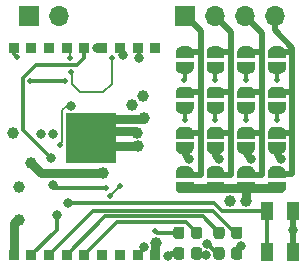
<source format=gbr>
%TF.GenerationSoftware,KiCad,Pcbnew,5.1.9*%
%TF.CreationDate,2021-01-20T22:35:35+01:00*%
%TF.ProjectId,wi-se-rewirable,77692d73-652d-4726-9577-697261626c65,rev?*%
%TF.SameCoordinates,Original*%
%TF.FileFunction,Copper,L1,Top*%
%TF.FilePolarity,Positive*%
%FSLAX46Y46*%
G04 Gerber Fmt 4.6, Leading zero omitted, Abs format (unit mm)*
G04 Created by KiCad (PCBNEW 5.1.9) date 2021-01-20 22:35:35*
%MOMM*%
%LPD*%
G01*
G04 APERTURE LIST*
%TA.AperFunction,SMDPad,CuDef*%
%ADD10R,1.000000X1.500000*%
%TD*%
%TA.AperFunction,ComponentPad*%
%ADD11R,1.700000X1.700000*%
%TD*%
%TA.AperFunction,ComponentPad*%
%ADD12O,1.700000X1.700000*%
%TD*%
%TA.AperFunction,SMDPad,CuDef*%
%ADD13C,0.100000*%
%TD*%
%TA.AperFunction,SMDPad,CuDef*%
%ADD14R,0.912500X0.850000*%
%TD*%
%TA.AperFunction,SMDPad,CuDef*%
%ADD15R,4.300000X4.300000*%
%TD*%
%TA.AperFunction,ViaPad*%
%ADD16C,1.000000*%
%TD*%
%TA.AperFunction,ViaPad*%
%ADD17C,0.800000*%
%TD*%
%TA.AperFunction,ViaPad*%
%ADD18C,0.500000*%
%TD*%
%TA.AperFunction,Conductor*%
%ADD19C,0.750000*%
%TD*%
%TA.AperFunction,Conductor*%
%ADD20C,0.500000*%
%TD*%
%TA.AperFunction,Conductor*%
%ADD21C,0.300000*%
%TD*%
%TA.AperFunction,Conductor*%
%ADD22C,0.200000*%
%TD*%
G04 APERTURE END LIST*
D10*
%TO.P,SW1,1*%
%TO.N,GND*%
X127025000Y-84950000D03*
%TO.P,SW1,2*%
%TO.N,EN*%
X124825000Y-84950000D03*
X124825000Y-81450000D03*
%TO.P,SW1,1*%
%TO.N,GND*%
X127025000Y-81450000D03*
%TD*%
%TO.P,D1,2*%
%TO.N,LED_WIFI*%
%TA.AperFunction,SMDPad,CuDef*%
G36*
G01*
X117637500Y-83850000D02*
X117162500Y-83850000D01*
G75*
G02*
X116925000Y-83612500I0J237500D01*
G01*
X116925000Y-83037500D01*
G75*
G02*
X117162500Y-82800000I237500J0D01*
G01*
X117637500Y-82800000D01*
G75*
G02*
X117875000Y-83037500I0J-237500D01*
G01*
X117875000Y-83612500D01*
G75*
G02*
X117637500Y-83850000I-237500J0D01*
G01*
G37*
%TD.AperFunction*%
%TO.P,D1,1*%
%TO.N,Net-(D1-Pad1)*%
%TA.AperFunction,SMDPad,CuDef*%
G36*
G01*
X117637500Y-85600000D02*
X117162500Y-85600000D01*
G75*
G02*
X116925000Y-85362500I0J237500D01*
G01*
X116925000Y-84787500D01*
G75*
G02*
X117162500Y-84550000I237500J0D01*
G01*
X117637500Y-84550000D01*
G75*
G02*
X117875000Y-84787500I0J-237500D01*
G01*
X117875000Y-85362500D01*
G75*
G02*
X117637500Y-85600000I-237500J0D01*
G01*
G37*
%TD.AperFunction*%
%TD*%
%TO.P,D2,1*%
%TO.N,Net-(D2-Pad1)*%
%TA.AperFunction,SMDPad,CuDef*%
G36*
G01*
X119137500Y-85600000D02*
X118662500Y-85600000D01*
G75*
G02*
X118425000Y-85362500I0J237500D01*
G01*
X118425000Y-84787500D01*
G75*
G02*
X118662500Y-84550000I237500J0D01*
G01*
X119137500Y-84550000D01*
G75*
G02*
X119375000Y-84787500I0J-237500D01*
G01*
X119375000Y-85362500D01*
G75*
G02*
X119137500Y-85600000I-237500J0D01*
G01*
G37*
%TD.AperFunction*%
%TO.P,D2,2*%
%TO.N,LED_STATUS*%
%TA.AperFunction,SMDPad,CuDef*%
G36*
G01*
X119137500Y-83850000D02*
X118662500Y-83850000D01*
G75*
G02*
X118425000Y-83612500I0J237500D01*
G01*
X118425000Y-83037500D01*
G75*
G02*
X118662500Y-82800000I237500J0D01*
G01*
X119137500Y-82800000D01*
G75*
G02*
X119375000Y-83037500I0J-237500D01*
G01*
X119375000Y-83612500D01*
G75*
G02*
X119137500Y-83850000I-237500J0D01*
G01*
G37*
%TD.AperFunction*%
%TD*%
%TO.P,D3,2*%
%TO.N,LED_TX*%
%TA.AperFunction,SMDPad,CuDef*%
G36*
G01*
X122537500Y-83850000D02*
X122062500Y-83850000D01*
G75*
G02*
X121825000Y-83612500I0J237500D01*
G01*
X121825000Y-83037500D01*
G75*
G02*
X122062500Y-82800000I237500J0D01*
G01*
X122537500Y-82800000D01*
G75*
G02*
X122775000Y-83037500I0J-237500D01*
G01*
X122775000Y-83612500D01*
G75*
G02*
X122537500Y-83850000I-237500J0D01*
G01*
G37*
%TD.AperFunction*%
%TO.P,D3,1*%
%TO.N,Net-(D3-Pad1)*%
%TA.AperFunction,SMDPad,CuDef*%
G36*
G01*
X122537500Y-85600000D02*
X122062500Y-85600000D01*
G75*
G02*
X121825000Y-85362500I0J237500D01*
G01*
X121825000Y-84787500D01*
G75*
G02*
X122062500Y-84550000I237500J0D01*
G01*
X122537500Y-84550000D01*
G75*
G02*
X122775000Y-84787500I0J-237500D01*
G01*
X122775000Y-85362500D01*
G75*
G02*
X122537500Y-85600000I-237500J0D01*
G01*
G37*
%TD.AperFunction*%
%TD*%
%TO.P,D4,1*%
%TO.N,Net-(D4-Pad1)*%
%TA.AperFunction,SMDPad,CuDef*%
G36*
G01*
X121037500Y-85600000D02*
X120562500Y-85600000D01*
G75*
G02*
X120325000Y-85362500I0J237500D01*
G01*
X120325000Y-84787500D01*
G75*
G02*
X120562500Y-84550000I237500J0D01*
G01*
X121037500Y-84550000D01*
G75*
G02*
X121275000Y-84787500I0J-237500D01*
G01*
X121275000Y-85362500D01*
G75*
G02*
X121037500Y-85600000I-237500J0D01*
G01*
G37*
%TD.AperFunction*%
%TO.P,D4,2*%
%TO.N,LED_RX*%
%TA.AperFunction,SMDPad,CuDef*%
G36*
G01*
X121037500Y-83850000D02*
X120562500Y-83850000D01*
G75*
G02*
X120325000Y-83612500I0J237500D01*
G01*
X120325000Y-83037500D01*
G75*
G02*
X120562500Y-82800000I237500J0D01*
G01*
X121037500Y-82800000D01*
G75*
G02*
X121275000Y-83037500I0J-237500D01*
G01*
X121275000Y-83612500D01*
G75*
G02*
X121037500Y-83850000I-237500J0D01*
G01*
G37*
%TD.AperFunction*%
%TD*%
D11*
%TO.P,J1,1*%
%TO.N,RTS*%
X104750000Y-65000000D03*
D12*
%TO.P,J1,2*%
%TO.N,DTR*%
X107290000Y-65000000D03*
%TD*%
D11*
%TO.P,J2,1*%
%TO.N,LINE1*%
X117920000Y-65000000D03*
D12*
%TO.P,J2,2*%
%TO.N,LINE2*%
X120460000Y-65000000D03*
%TO.P,J2,3*%
%TO.N,LINE3*%
X123000000Y-65000000D03*
%TO.P,J2,4*%
%TO.N,LINE4*%
X125540000Y-65000000D03*
%TD*%
%TA.AperFunction,SMDPad,CuDef*%
D13*
%TO.P,JP1,2*%
%TO.N,VCC*%
G36*
X118649398Y-79500000D02*
G01*
X118649398Y-79524534D01*
X118644588Y-79573365D01*
X118635016Y-79621490D01*
X118620772Y-79668445D01*
X118601995Y-79713778D01*
X118578864Y-79757051D01*
X118551604Y-79797850D01*
X118520476Y-79835779D01*
X118485779Y-79870476D01*
X118447850Y-79901604D01*
X118407051Y-79928864D01*
X118363778Y-79951995D01*
X118318445Y-79970772D01*
X118271490Y-79985016D01*
X118223365Y-79994588D01*
X118174534Y-79999398D01*
X118150000Y-79999398D01*
X118150000Y-80000000D01*
X117650000Y-80000000D01*
X117650000Y-79999398D01*
X117625466Y-79999398D01*
X117576635Y-79994588D01*
X117528510Y-79985016D01*
X117481555Y-79970772D01*
X117436222Y-79951995D01*
X117392949Y-79928864D01*
X117352150Y-79901604D01*
X117314221Y-79870476D01*
X117279524Y-79835779D01*
X117248396Y-79797850D01*
X117221136Y-79757051D01*
X117198005Y-79713778D01*
X117179228Y-79668445D01*
X117164984Y-79621490D01*
X117155412Y-79573365D01*
X117150602Y-79524534D01*
X117150602Y-79500000D01*
X117150000Y-79500000D01*
X117150000Y-79000000D01*
X118650000Y-79000000D01*
X118650000Y-79500000D01*
X118649398Y-79500000D01*
G37*
%TD.AperFunction*%
%TA.AperFunction,SMDPad,CuDef*%
%TO.P,JP1,1*%
%TO.N,LINE1*%
G36*
X117150000Y-78700000D02*
G01*
X117150000Y-78200000D01*
X117150602Y-78200000D01*
X117150602Y-78175466D01*
X117155412Y-78126635D01*
X117164984Y-78078510D01*
X117179228Y-78031555D01*
X117198005Y-77986222D01*
X117221136Y-77942949D01*
X117248396Y-77902150D01*
X117279524Y-77864221D01*
X117314221Y-77829524D01*
X117352150Y-77798396D01*
X117392949Y-77771136D01*
X117436222Y-77748005D01*
X117481555Y-77729228D01*
X117528510Y-77714984D01*
X117576635Y-77705412D01*
X117625466Y-77700602D01*
X117650000Y-77700602D01*
X117650000Y-77700000D01*
X118150000Y-77700000D01*
X118150000Y-77700602D01*
X118174534Y-77700602D01*
X118223365Y-77705412D01*
X118271490Y-77714984D01*
X118318445Y-77729228D01*
X118363778Y-77748005D01*
X118407051Y-77771136D01*
X118447850Y-77798396D01*
X118485779Y-77829524D01*
X118520476Y-77864221D01*
X118551604Y-77902150D01*
X118578864Y-77942949D01*
X118601995Y-77986222D01*
X118620772Y-78031555D01*
X118635016Y-78078510D01*
X118644588Y-78126635D01*
X118649398Y-78175466D01*
X118649398Y-78200000D01*
X118650000Y-78200000D01*
X118650000Y-78700000D01*
X117150000Y-78700000D01*
G37*
%TD.AperFunction*%
%TD*%
%TA.AperFunction,SMDPad,CuDef*%
%TO.P,JP2,1*%
%TO.N,LINE2*%
G36*
X119750000Y-78700000D02*
G01*
X119750000Y-78200000D01*
X119750602Y-78200000D01*
X119750602Y-78175466D01*
X119755412Y-78126635D01*
X119764984Y-78078510D01*
X119779228Y-78031555D01*
X119798005Y-77986222D01*
X119821136Y-77942949D01*
X119848396Y-77902150D01*
X119879524Y-77864221D01*
X119914221Y-77829524D01*
X119952150Y-77798396D01*
X119992949Y-77771136D01*
X120036222Y-77748005D01*
X120081555Y-77729228D01*
X120128510Y-77714984D01*
X120176635Y-77705412D01*
X120225466Y-77700602D01*
X120250000Y-77700602D01*
X120250000Y-77700000D01*
X120750000Y-77700000D01*
X120750000Y-77700602D01*
X120774534Y-77700602D01*
X120823365Y-77705412D01*
X120871490Y-77714984D01*
X120918445Y-77729228D01*
X120963778Y-77748005D01*
X121007051Y-77771136D01*
X121047850Y-77798396D01*
X121085779Y-77829524D01*
X121120476Y-77864221D01*
X121151604Y-77902150D01*
X121178864Y-77942949D01*
X121201995Y-77986222D01*
X121220772Y-78031555D01*
X121235016Y-78078510D01*
X121244588Y-78126635D01*
X121249398Y-78175466D01*
X121249398Y-78200000D01*
X121250000Y-78200000D01*
X121250000Y-78700000D01*
X119750000Y-78700000D01*
G37*
%TD.AperFunction*%
%TA.AperFunction,SMDPad,CuDef*%
%TO.P,JP2,2*%
%TO.N,VCC*%
G36*
X121249398Y-79500000D02*
G01*
X121249398Y-79524534D01*
X121244588Y-79573365D01*
X121235016Y-79621490D01*
X121220772Y-79668445D01*
X121201995Y-79713778D01*
X121178864Y-79757051D01*
X121151604Y-79797850D01*
X121120476Y-79835779D01*
X121085779Y-79870476D01*
X121047850Y-79901604D01*
X121007051Y-79928864D01*
X120963778Y-79951995D01*
X120918445Y-79970772D01*
X120871490Y-79985016D01*
X120823365Y-79994588D01*
X120774534Y-79999398D01*
X120750000Y-79999398D01*
X120750000Y-80000000D01*
X120250000Y-80000000D01*
X120250000Y-79999398D01*
X120225466Y-79999398D01*
X120176635Y-79994588D01*
X120128510Y-79985016D01*
X120081555Y-79970772D01*
X120036222Y-79951995D01*
X119992949Y-79928864D01*
X119952150Y-79901604D01*
X119914221Y-79870476D01*
X119879524Y-79835779D01*
X119848396Y-79797850D01*
X119821136Y-79757051D01*
X119798005Y-79713778D01*
X119779228Y-79668445D01*
X119764984Y-79621490D01*
X119755412Y-79573365D01*
X119750602Y-79524534D01*
X119750602Y-79500000D01*
X119750000Y-79500000D01*
X119750000Y-79000000D01*
X121250000Y-79000000D01*
X121250000Y-79500000D01*
X121249398Y-79500000D01*
G37*
%TD.AperFunction*%
%TD*%
%TA.AperFunction,SMDPad,CuDef*%
%TO.P,JP3,1*%
%TO.N,LINE3*%
G36*
X122350000Y-78700000D02*
G01*
X122350000Y-78200000D01*
X122350602Y-78200000D01*
X122350602Y-78175466D01*
X122355412Y-78126635D01*
X122364984Y-78078510D01*
X122379228Y-78031555D01*
X122398005Y-77986222D01*
X122421136Y-77942949D01*
X122448396Y-77902150D01*
X122479524Y-77864221D01*
X122514221Y-77829524D01*
X122552150Y-77798396D01*
X122592949Y-77771136D01*
X122636222Y-77748005D01*
X122681555Y-77729228D01*
X122728510Y-77714984D01*
X122776635Y-77705412D01*
X122825466Y-77700602D01*
X122850000Y-77700602D01*
X122850000Y-77700000D01*
X123350000Y-77700000D01*
X123350000Y-77700602D01*
X123374534Y-77700602D01*
X123423365Y-77705412D01*
X123471490Y-77714984D01*
X123518445Y-77729228D01*
X123563778Y-77748005D01*
X123607051Y-77771136D01*
X123647850Y-77798396D01*
X123685779Y-77829524D01*
X123720476Y-77864221D01*
X123751604Y-77902150D01*
X123778864Y-77942949D01*
X123801995Y-77986222D01*
X123820772Y-78031555D01*
X123835016Y-78078510D01*
X123844588Y-78126635D01*
X123849398Y-78175466D01*
X123849398Y-78200000D01*
X123850000Y-78200000D01*
X123850000Y-78700000D01*
X122350000Y-78700000D01*
G37*
%TD.AperFunction*%
%TA.AperFunction,SMDPad,CuDef*%
%TO.P,JP3,2*%
%TO.N,VCC*%
G36*
X123849398Y-79500000D02*
G01*
X123849398Y-79524534D01*
X123844588Y-79573365D01*
X123835016Y-79621490D01*
X123820772Y-79668445D01*
X123801995Y-79713778D01*
X123778864Y-79757051D01*
X123751604Y-79797850D01*
X123720476Y-79835779D01*
X123685779Y-79870476D01*
X123647850Y-79901604D01*
X123607051Y-79928864D01*
X123563778Y-79951995D01*
X123518445Y-79970772D01*
X123471490Y-79985016D01*
X123423365Y-79994588D01*
X123374534Y-79999398D01*
X123350000Y-79999398D01*
X123350000Y-80000000D01*
X122850000Y-80000000D01*
X122850000Y-79999398D01*
X122825466Y-79999398D01*
X122776635Y-79994588D01*
X122728510Y-79985016D01*
X122681555Y-79970772D01*
X122636222Y-79951995D01*
X122592949Y-79928864D01*
X122552150Y-79901604D01*
X122514221Y-79870476D01*
X122479524Y-79835779D01*
X122448396Y-79797850D01*
X122421136Y-79757051D01*
X122398005Y-79713778D01*
X122379228Y-79668445D01*
X122364984Y-79621490D01*
X122355412Y-79573365D01*
X122350602Y-79524534D01*
X122350602Y-79500000D01*
X122350000Y-79500000D01*
X122350000Y-79000000D01*
X123850000Y-79000000D01*
X123850000Y-79500000D01*
X123849398Y-79500000D01*
G37*
%TD.AperFunction*%
%TD*%
%TA.AperFunction,SMDPad,CuDef*%
%TO.P,JP4,2*%
%TO.N,VCC*%
G36*
X126449398Y-79500000D02*
G01*
X126449398Y-79524534D01*
X126444588Y-79573365D01*
X126435016Y-79621490D01*
X126420772Y-79668445D01*
X126401995Y-79713778D01*
X126378864Y-79757051D01*
X126351604Y-79797850D01*
X126320476Y-79835779D01*
X126285779Y-79870476D01*
X126247850Y-79901604D01*
X126207051Y-79928864D01*
X126163778Y-79951995D01*
X126118445Y-79970772D01*
X126071490Y-79985016D01*
X126023365Y-79994588D01*
X125974534Y-79999398D01*
X125950000Y-79999398D01*
X125950000Y-80000000D01*
X125450000Y-80000000D01*
X125450000Y-79999398D01*
X125425466Y-79999398D01*
X125376635Y-79994588D01*
X125328510Y-79985016D01*
X125281555Y-79970772D01*
X125236222Y-79951995D01*
X125192949Y-79928864D01*
X125152150Y-79901604D01*
X125114221Y-79870476D01*
X125079524Y-79835779D01*
X125048396Y-79797850D01*
X125021136Y-79757051D01*
X124998005Y-79713778D01*
X124979228Y-79668445D01*
X124964984Y-79621490D01*
X124955412Y-79573365D01*
X124950602Y-79524534D01*
X124950602Y-79500000D01*
X124950000Y-79500000D01*
X124950000Y-79000000D01*
X126450000Y-79000000D01*
X126450000Y-79500000D01*
X126449398Y-79500000D01*
G37*
%TD.AperFunction*%
%TA.AperFunction,SMDPad,CuDef*%
%TO.P,JP4,1*%
%TO.N,LINE4*%
G36*
X124950000Y-78700000D02*
G01*
X124950000Y-78200000D01*
X124950602Y-78200000D01*
X124950602Y-78175466D01*
X124955412Y-78126635D01*
X124964984Y-78078510D01*
X124979228Y-78031555D01*
X124998005Y-77986222D01*
X125021136Y-77942949D01*
X125048396Y-77902150D01*
X125079524Y-77864221D01*
X125114221Y-77829524D01*
X125152150Y-77798396D01*
X125192949Y-77771136D01*
X125236222Y-77748005D01*
X125281555Y-77729228D01*
X125328510Y-77714984D01*
X125376635Y-77705412D01*
X125425466Y-77700602D01*
X125450000Y-77700602D01*
X125450000Y-77700000D01*
X125950000Y-77700000D01*
X125950000Y-77700602D01*
X125974534Y-77700602D01*
X126023365Y-77705412D01*
X126071490Y-77714984D01*
X126118445Y-77729228D01*
X126163778Y-77748005D01*
X126207051Y-77771136D01*
X126247850Y-77798396D01*
X126285779Y-77829524D01*
X126320476Y-77864221D01*
X126351604Y-77902150D01*
X126378864Y-77942949D01*
X126401995Y-77986222D01*
X126420772Y-78031555D01*
X126435016Y-78078510D01*
X126444588Y-78126635D01*
X126449398Y-78175466D01*
X126449398Y-78200000D01*
X126450000Y-78200000D01*
X126450000Y-78700000D01*
X124950000Y-78700000D01*
G37*
%TD.AperFunction*%
%TD*%
%TA.AperFunction,SMDPad,CuDef*%
%TO.P,JP5,2*%
%TO.N,RXD*%
G36*
X118649398Y-69350000D02*
G01*
X118649398Y-69374534D01*
X118644588Y-69423365D01*
X118635016Y-69471490D01*
X118620772Y-69518445D01*
X118601995Y-69563778D01*
X118578864Y-69607051D01*
X118551604Y-69647850D01*
X118520476Y-69685779D01*
X118485779Y-69720476D01*
X118447850Y-69751604D01*
X118407051Y-69778864D01*
X118363778Y-69801995D01*
X118318445Y-69820772D01*
X118271490Y-69835016D01*
X118223365Y-69844588D01*
X118174534Y-69849398D01*
X118150000Y-69849398D01*
X118150000Y-69850000D01*
X117650000Y-69850000D01*
X117650000Y-69849398D01*
X117625466Y-69849398D01*
X117576635Y-69844588D01*
X117528510Y-69835016D01*
X117481555Y-69820772D01*
X117436222Y-69801995D01*
X117392949Y-69778864D01*
X117352150Y-69751604D01*
X117314221Y-69720476D01*
X117279524Y-69685779D01*
X117248396Y-69647850D01*
X117221136Y-69607051D01*
X117198005Y-69563778D01*
X117179228Y-69518445D01*
X117164984Y-69471490D01*
X117155412Y-69423365D01*
X117150602Y-69374534D01*
X117150602Y-69350000D01*
X117150000Y-69350000D01*
X117150000Y-68850000D01*
X118650000Y-68850000D01*
X118650000Y-69350000D01*
X118649398Y-69350000D01*
G37*
%TD.AperFunction*%
%TA.AperFunction,SMDPad,CuDef*%
%TO.P,JP5,1*%
%TO.N,LINE1*%
G36*
X117150000Y-68550000D02*
G01*
X117150000Y-68050000D01*
X117150602Y-68050000D01*
X117150602Y-68025466D01*
X117155412Y-67976635D01*
X117164984Y-67928510D01*
X117179228Y-67881555D01*
X117198005Y-67836222D01*
X117221136Y-67792949D01*
X117248396Y-67752150D01*
X117279524Y-67714221D01*
X117314221Y-67679524D01*
X117352150Y-67648396D01*
X117392949Y-67621136D01*
X117436222Y-67598005D01*
X117481555Y-67579228D01*
X117528510Y-67564984D01*
X117576635Y-67555412D01*
X117625466Y-67550602D01*
X117650000Y-67550602D01*
X117650000Y-67550000D01*
X118150000Y-67550000D01*
X118150000Y-67550602D01*
X118174534Y-67550602D01*
X118223365Y-67555412D01*
X118271490Y-67564984D01*
X118318445Y-67579228D01*
X118363778Y-67598005D01*
X118407051Y-67621136D01*
X118447850Y-67648396D01*
X118485779Y-67679524D01*
X118520476Y-67714221D01*
X118551604Y-67752150D01*
X118578864Y-67792949D01*
X118601995Y-67836222D01*
X118620772Y-67881555D01*
X118635016Y-67928510D01*
X118644588Y-67976635D01*
X118649398Y-68025466D01*
X118649398Y-68050000D01*
X118650000Y-68050000D01*
X118650000Y-68550000D01*
X117150000Y-68550000D01*
G37*
%TD.AperFunction*%
%TD*%
%TA.AperFunction,SMDPad,CuDef*%
%TO.P,JP6,2*%
%TO.N,RXD*%
G36*
X121249398Y-69350000D02*
G01*
X121249398Y-69374534D01*
X121244588Y-69423365D01*
X121235016Y-69471490D01*
X121220772Y-69518445D01*
X121201995Y-69563778D01*
X121178864Y-69607051D01*
X121151604Y-69647850D01*
X121120476Y-69685779D01*
X121085779Y-69720476D01*
X121047850Y-69751604D01*
X121007051Y-69778864D01*
X120963778Y-69801995D01*
X120918445Y-69820772D01*
X120871490Y-69835016D01*
X120823365Y-69844588D01*
X120774534Y-69849398D01*
X120750000Y-69849398D01*
X120750000Y-69850000D01*
X120250000Y-69850000D01*
X120250000Y-69849398D01*
X120225466Y-69849398D01*
X120176635Y-69844588D01*
X120128510Y-69835016D01*
X120081555Y-69820772D01*
X120036222Y-69801995D01*
X119992949Y-69778864D01*
X119952150Y-69751604D01*
X119914221Y-69720476D01*
X119879524Y-69685779D01*
X119848396Y-69647850D01*
X119821136Y-69607051D01*
X119798005Y-69563778D01*
X119779228Y-69518445D01*
X119764984Y-69471490D01*
X119755412Y-69423365D01*
X119750602Y-69374534D01*
X119750602Y-69350000D01*
X119750000Y-69350000D01*
X119750000Y-68850000D01*
X121250000Y-68850000D01*
X121250000Y-69350000D01*
X121249398Y-69350000D01*
G37*
%TD.AperFunction*%
%TA.AperFunction,SMDPad,CuDef*%
%TO.P,JP6,1*%
%TO.N,LINE2*%
G36*
X119750000Y-68550000D02*
G01*
X119750000Y-68050000D01*
X119750602Y-68050000D01*
X119750602Y-68025466D01*
X119755412Y-67976635D01*
X119764984Y-67928510D01*
X119779228Y-67881555D01*
X119798005Y-67836222D01*
X119821136Y-67792949D01*
X119848396Y-67752150D01*
X119879524Y-67714221D01*
X119914221Y-67679524D01*
X119952150Y-67648396D01*
X119992949Y-67621136D01*
X120036222Y-67598005D01*
X120081555Y-67579228D01*
X120128510Y-67564984D01*
X120176635Y-67555412D01*
X120225466Y-67550602D01*
X120250000Y-67550602D01*
X120250000Y-67550000D01*
X120750000Y-67550000D01*
X120750000Y-67550602D01*
X120774534Y-67550602D01*
X120823365Y-67555412D01*
X120871490Y-67564984D01*
X120918445Y-67579228D01*
X120963778Y-67598005D01*
X121007051Y-67621136D01*
X121047850Y-67648396D01*
X121085779Y-67679524D01*
X121120476Y-67714221D01*
X121151604Y-67752150D01*
X121178864Y-67792949D01*
X121201995Y-67836222D01*
X121220772Y-67881555D01*
X121235016Y-67928510D01*
X121244588Y-67976635D01*
X121249398Y-68025466D01*
X121249398Y-68050000D01*
X121250000Y-68050000D01*
X121250000Y-68550000D01*
X119750000Y-68550000D01*
G37*
%TD.AperFunction*%
%TD*%
%TA.AperFunction,SMDPad,CuDef*%
%TO.P,JP7,2*%
%TO.N,RXD*%
G36*
X123849398Y-69350000D02*
G01*
X123849398Y-69374534D01*
X123844588Y-69423365D01*
X123835016Y-69471490D01*
X123820772Y-69518445D01*
X123801995Y-69563778D01*
X123778864Y-69607051D01*
X123751604Y-69647850D01*
X123720476Y-69685779D01*
X123685779Y-69720476D01*
X123647850Y-69751604D01*
X123607051Y-69778864D01*
X123563778Y-69801995D01*
X123518445Y-69820772D01*
X123471490Y-69835016D01*
X123423365Y-69844588D01*
X123374534Y-69849398D01*
X123350000Y-69849398D01*
X123350000Y-69850000D01*
X122850000Y-69850000D01*
X122850000Y-69849398D01*
X122825466Y-69849398D01*
X122776635Y-69844588D01*
X122728510Y-69835016D01*
X122681555Y-69820772D01*
X122636222Y-69801995D01*
X122592949Y-69778864D01*
X122552150Y-69751604D01*
X122514221Y-69720476D01*
X122479524Y-69685779D01*
X122448396Y-69647850D01*
X122421136Y-69607051D01*
X122398005Y-69563778D01*
X122379228Y-69518445D01*
X122364984Y-69471490D01*
X122355412Y-69423365D01*
X122350602Y-69374534D01*
X122350602Y-69350000D01*
X122350000Y-69350000D01*
X122350000Y-68850000D01*
X123850000Y-68850000D01*
X123850000Y-69350000D01*
X123849398Y-69350000D01*
G37*
%TD.AperFunction*%
%TA.AperFunction,SMDPad,CuDef*%
%TO.P,JP7,1*%
%TO.N,LINE3*%
G36*
X122350000Y-68550000D02*
G01*
X122350000Y-68050000D01*
X122350602Y-68050000D01*
X122350602Y-68025466D01*
X122355412Y-67976635D01*
X122364984Y-67928510D01*
X122379228Y-67881555D01*
X122398005Y-67836222D01*
X122421136Y-67792949D01*
X122448396Y-67752150D01*
X122479524Y-67714221D01*
X122514221Y-67679524D01*
X122552150Y-67648396D01*
X122592949Y-67621136D01*
X122636222Y-67598005D01*
X122681555Y-67579228D01*
X122728510Y-67564984D01*
X122776635Y-67555412D01*
X122825466Y-67550602D01*
X122850000Y-67550602D01*
X122850000Y-67550000D01*
X123350000Y-67550000D01*
X123350000Y-67550602D01*
X123374534Y-67550602D01*
X123423365Y-67555412D01*
X123471490Y-67564984D01*
X123518445Y-67579228D01*
X123563778Y-67598005D01*
X123607051Y-67621136D01*
X123647850Y-67648396D01*
X123685779Y-67679524D01*
X123720476Y-67714221D01*
X123751604Y-67752150D01*
X123778864Y-67792949D01*
X123801995Y-67836222D01*
X123820772Y-67881555D01*
X123835016Y-67928510D01*
X123844588Y-67976635D01*
X123849398Y-68025466D01*
X123849398Y-68050000D01*
X123850000Y-68050000D01*
X123850000Y-68550000D01*
X122350000Y-68550000D01*
G37*
%TD.AperFunction*%
%TD*%
%TA.AperFunction,SMDPad,CuDef*%
%TO.P,JP8,1*%
%TO.N,LINE4*%
G36*
X124950000Y-68550000D02*
G01*
X124950000Y-68050000D01*
X124950602Y-68050000D01*
X124950602Y-68025466D01*
X124955412Y-67976635D01*
X124964984Y-67928510D01*
X124979228Y-67881555D01*
X124998005Y-67836222D01*
X125021136Y-67792949D01*
X125048396Y-67752150D01*
X125079524Y-67714221D01*
X125114221Y-67679524D01*
X125152150Y-67648396D01*
X125192949Y-67621136D01*
X125236222Y-67598005D01*
X125281555Y-67579228D01*
X125328510Y-67564984D01*
X125376635Y-67555412D01*
X125425466Y-67550602D01*
X125450000Y-67550602D01*
X125450000Y-67550000D01*
X125950000Y-67550000D01*
X125950000Y-67550602D01*
X125974534Y-67550602D01*
X126023365Y-67555412D01*
X126071490Y-67564984D01*
X126118445Y-67579228D01*
X126163778Y-67598005D01*
X126207051Y-67621136D01*
X126247850Y-67648396D01*
X126285779Y-67679524D01*
X126320476Y-67714221D01*
X126351604Y-67752150D01*
X126378864Y-67792949D01*
X126401995Y-67836222D01*
X126420772Y-67881555D01*
X126435016Y-67928510D01*
X126444588Y-67976635D01*
X126449398Y-68025466D01*
X126449398Y-68050000D01*
X126450000Y-68050000D01*
X126450000Y-68550000D01*
X124950000Y-68550000D01*
G37*
%TD.AperFunction*%
%TA.AperFunction,SMDPad,CuDef*%
%TO.P,JP8,2*%
%TO.N,RXD*%
G36*
X126449398Y-69350000D02*
G01*
X126449398Y-69374534D01*
X126444588Y-69423365D01*
X126435016Y-69471490D01*
X126420772Y-69518445D01*
X126401995Y-69563778D01*
X126378864Y-69607051D01*
X126351604Y-69647850D01*
X126320476Y-69685779D01*
X126285779Y-69720476D01*
X126247850Y-69751604D01*
X126207051Y-69778864D01*
X126163778Y-69801995D01*
X126118445Y-69820772D01*
X126071490Y-69835016D01*
X126023365Y-69844588D01*
X125974534Y-69849398D01*
X125950000Y-69849398D01*
X125950000Y-69850000D01*
X125450000Y-69850000D01*
X125450000Y-69849398D01*
X125425466Y-69849398D01*
X125376635Y-69844588D01*
X125328510Y-69835016D01*
X125281555Y-69820772D01*
X125236222Y-69801995D01*
X125192949Y-69778864D01*
X125152150Y-69751604D01*
X125114221Y-69720476D01*
X125079524Y-69685779D01*
X125048396Y-69647850D01*
X125021136Y-69607051D01*
X124998005Y-69563778D01*
X124979228Y-69518445D01*
X124964984Y-69471490D01*
X124955412Y-69423365D01*
X124950602Y-69374534D01*
X124950602Y-69350000D01*
X124950000Y-69350000D01*
X124950000Y-68850000D01*
X126450000Y-68850000D01*
X126450000Y-69350000D01*
X126449398Y-69350000D01*
G37*
%TD.AperFunction*%
%TD*%
%TA.AperFunction,SMDPad,CuDef*%
%TO.P,JP9,1*%
%TO.N,LINE1*%
G36*
X117150000Y-71950000D02*
G01*
X117150000Y-71450000D01*
X117150602Y-71450000D01*
X117150602Y-71425466D01*
X117155412Y-71376635D01*
X117164984Y-71328510D01*
X117179228Y-71281555D01*
X117198005Y-71236222D01*
X117221136Y-71192949D01*
X117248396Y-71152150D01*
X117279524Y-71114221D01*
X117314221Y-71079524D01*
X117352150Y-71048396D01*
X117392949Y-71021136D01*
X117436222Y-70998005D01*
X117481555Y-70979228D01*
X117528510Y-70964984D01*
X117576635Y-70955412D01*
X117625466Y-70950602D01*
X117650000Y-70950602D01*
X117650000Y-70950000D01*
X118150000Y-70950000D01*
X118150000Y-70950602D01*
X118174534Y-70950602D01*
X118223365Y-70955412D01*
X118271490Y-70964984D01*
X118318445Y-70979228D01*
X118363778Y-70998005D01*
X118407051Y-71021136D01*
X118447850Y-71048396D01*
X118485779Y-71079524D01*
X118520476Y-71114221D01*
X118551604Y-71152150D01*
X118578864Y-71192949D01*
X118601995Y-71236222D01*
X118620772Y-71281555D01*
X118635016Y-71328510D01*
X118644588Y-71376635D01*
X118649398Y-71425466D01*
X118649398Y-71450000D01*
X118650000Y-71450000D01*
X118650000Y-71950000D01*
X117150000Y-71950000D01*
G37*
%TD.AperFunction*%
%TA.AperFunction,SMDPad,CuDef*%
%TO.P,JP9,2*%
%TO.N,TXD*%
G36*
X118649398Y-72750000D02*
G01*
X118649398Y-72774534D01*
X118644588Y-72823365D01*
X118635016Y-72871490D01*
X118620772Y-72918445D01*
X118601995Y-72963778D01*
X118578864Y-73007051D01*
X118551604Y-73047850D01*
X118520476Y-73085779D01*
X118485779Y-73120476D01*
X118447850Y-73151604D01*
X118407051Y-73178864D01*
X118363778Y-73201995D01*
X118318445Y-73220772D01*
X118271490Y-73235016D01*
X118223365Y-73244588D01*
X118174534Y-73249398D01*
X118150000Y-73249398D01*
X118150000Y-73250000D01*
X117650000Y-73250000D01*
X117650000Y-73249398D01*
X117625466Y-73249398D01*
X117576635Y-73244588D01*
X117528510Y-73235016D01*
X117481555Y-73220772D01*
X117436222Y-73201995D01*
X117392949Y-73178864D01*
X117352150Y-73151604D01*
X117314221Y-73120476D01*
X117279524Y-73085779D01*
X117248396Y-73047850D01*
X117221136Y-73007051D01*
X117198005Y-72963778D01*
X117179228Y-72918445D01*
X117164984Y-72871490D01*
X117155412Y-72823365D01*
X117150602Y-72774534D01*
X117150602Y-72750000D01*
X117150000Y-72750000D01*
X117150000Y-72250000D01*
X118650000Y-72250000D01*
X118650000Y-72750000D01*
X118649398Y-72750000D01*
G37*
%TD.AperFunction*%
%TD*%
%TA.AperFunction,SMDPad,CuDef*%
%TO.P,JP10,1*%
%TO.N,LINE2*%
G36*
X119750000Y-71950000D02*
G01*
X119750000Y-71450000D01*
X119750602Y-71450000D01*
X119750602Y-71425466D01*
X119755412Y-71376635D01*
X119764984Y-71328510D01*
X119779228Y-71281555D01*
X119798005Y-71236222D01*
X119821136Y-71192949D01*
X119848396Y-71152150D01*
X119879524Y-71114221D01*
X119914221Y-71079524D01*
X119952150Y-71048396D01*
X119992949Y-71021136D01*
X120036222Y-70998005D01*
X120081555Y-70979228D01*
X120128510Y-70964984D01*
X120176635Y-70955412D01*
X120225466Y-70950602D01*
X120250000Y-70950602D01*
X120250000Y-70950000D01*
X120750000Y-70950000D01*
X120750000Y-70950602D01*
X120774534Y-70950602D01*
X120823365Y-70955412D01*
X120871490Y-70964984D01*
X120918445Y-70979228D01*
X120963778Y-70998005D01*
X121007051Y-71021136D01*
X121047850Y-71048396D01*
X121085779Y-71079524D01*
X121120476Y-71114221D01*
X121151604Y-71152150D01*
X121178864Y-71192949D01*
X121201995Y-71236222D01*
X121220772Y-71281555D01*
X121235016Y-71328510D01*
X121244588Y-71376635D01*
X121249398Y-71425466D01*
X121249398Y-71450000D01*
X121250000Y-71450000D01*
X121250000Y-71950000D01*
X119750000Y-71950000D01*
G37*
%TD.AperFunction*%
%TA.AperFunction,SMDPad,CuDef*%
%TO.P,JP10,2*%
%TO.N,TXD*%
G36*
X121249398Y-72750000D02*
G01*
X121249398Y-72774534D01*
X121244588Y-72823365D01*
X121235016Y-72871490D01*
X121220772Y-72918445D01*
X121201995Y-72963778D01*
X121178864Y-73007051D01*
X121151604Y-73047850D01*
X121120476Y-73085779D01*
X121085779Y-73120476D01*
X121047850Y-73151604D01*
X121007051Y-73178864D01*
X120963778Y-73201995D01*
X120918445Y-73220772D01*
X120871490Y-73235016D01*
X120823365Y-73244588D01*
X120774534Y-73249398D01*
X120750000Y-73249398D01*
X120750000Y-73250000D01*
X120250000Y-73250000D01*
X120250000Y-73249398D01*
X120225466Y-73249398D01*
X120176635Y-73244588D01*
X120128510Y-73235016D01*
X120081555Y-73220772D01*
X120036222Y-73201995D01*
X119992949Y-73178864D01*
X119952150Y-73151604D01*
X119914221Y-73120476D01*
X119879524Y-73085779D01*
X119848396Y-73047850D01*
X119821136Y-73007051D01*
X119798005Y-72963778D01*
X119779228Y-72918445D01*
X119764984Y-72871490D01*
X119755412Y-72823365D01*
X119750602Y-72774534D01*
X119750602Y-72750000D01*
X119750000Y-72750000D01*
X119750000Y-72250000D01*
X121250000Y-72250000D01*
X121250000Y-72750000D01*
X121249398Y-72750000D01*
G37*
%TD.AperFunction*%
%TD*%
%TA.AperFunction,SMDPad,CuDef*%
%TO.P,JP11,1*%
%TO.N,LINE3*%
G36*
X122350000Y-71950000D02*
G01*
X122350000Y-71450000D01*
X122350602Y-71450000D01*
X122350602Y-71425466D01*
X122355412Y-71376635D01*
X122364984Y-71328510D01*
X122379228Y-71281555D01*
X122398005Y-71236222D01*
X122421136Y-71192949D01*
X122448396Y-71152150D01*
X122479524Y-71114221D01*
X122514221Y-71079524D01*
X122552150Y-71048396D01*
X122592949Y-71021136D01*
X122636222Y-70998005D01*
X122681555Y-70979228D01*
X122728510Y-70964984D01*
X122776635Y-70955412D01*
X122825466Y-70950602D01*
X122850000Y-70950602D01*
X122850000Y-70950000D01*
X123350000Y-70950000D01*
X123350000Y-70950602D01*
X123374534Y-70950602D01*
X123423365Y-70955412D01*
X123471490Y-70964984D01*
X123518445Y-70979228D01*
X123563778Y-70998005D01*
X123607051Y-71021136D01*
X123647850Y-71048396D01*
X123685779Y-71079524D01*
X123720476Y-71114221D01*
X123751604Y-71152150D01*
X123778864Y-71192949D01*
X123801995Y-71236222D01*
X123820772Y-71281555D01*
X123835016Y-71328510D01*
X123844588Y-71376635D01*
X123849398Y-71425466D01*
X123849398Y-71450000D01*
X123850000Y-71450000D01*
X123850000Y-71950000D01*
X122350000Y-71950000D01*
G37*
%TD.AperFunction*%
%TA.AperFunction,SMDPad,CuDef*%
%TO.P,JP11,2*%
%TO.N,TXD*%
G36*
X123849398Y-72750000D02*
G01*
X123849398Y-72774534D01*
X123844588Y-72823365D01*
X123835016Y-72871490D01*
X123820772Y-72918445D01*
X123801995Y-72963778D01*
X123778864Y-73007051D01*
X123751604Y-73047850D01*
X123720476Y-73085779D01*
X123685779Y-73120476D01*
X123647850Y-73151604D01*
X123607051Y-73178864D01*
X123563778Y-73201995D01*
X123518445Y-73220772D01*
X123471490Y-73235016D01*
X123423365Y-73244588D01*
X123374534Y-73249398D01*
X123350000Y-73249398D01*
X123350000Y-73250000D01*
X122850000Y-73250000D01*
X122850000Y-73249398D01*
X122825466Y-73249398D01*
X122776635Y-73244588D01*
X122728510Y-73235016D01*
X122681555Y-73220772D01*
X122636222Y-73201995D01*
X122592949Y-73178864D01*
X122552150Y-73151604D01*
X122514221Y-73120476D01*
X122479524Y-73085779D01*
X122448396Y-73047850D01*
X122421136Y-73007051D01*
X122398005Y-72963778D01*
X122379228Y-72918445D01*
X122364984Y-72871490D01*
X122355412Y-72823365D01*
X122350602Y-72774534D01*
X122350602Y-72750000D01*
X122350000Y-72750000D01*
X122350000Y-72250000D01*
X123850000Y-72250000D01*
X123850000Y-72750000D01*
X123849398Y-72750000D01*
G37*
%TD.AperFunction*%
%TD*%
%TA.AperFunction,SMDPad,CuDef*%
%TO.P,JP12,2*%
%TO.N,TXD*%
G36*
X126449398Y-72750000D02*
G01*
X126449398Y-72774534D01*
X126444588Y-72823365D01*
X126435016Y-72871490D01*
X126420772Y-72918445D01*
X126401995Y-72963778D01*
X126378864Y-73007051D01*
X126351604Y-73047850D01*
X126320476Y-73085779D01*
X126285779Y-73120476D01*
X126247850Y-73151604D01*
X126207051Y-73178864D01*
X126163778Y-73201995D01*
X126118445Y-73220772D01*
X126071490Y-73235016D01*
X126023365Y-73244588D01*
X125974534Y-73249398D01*
X125950000Y-73249398D01*
X125950000Y-73250000D01*
X125450000Y-73250000D01*
X125450000Y-73249398D01*
X125425466Y-73249398D01*
X125376635Y-73244588D01*
X125328510Y-73235016D01*
X125281555Y-73220772D01*
X125236222Y-73201995D01*
X125192949Y-73178864D01*
X125152150Y-73151604D01*
X125114221Y-73120476D01*
X125079524Y-73085779D01*
X125048396Y-73047850D01*
X125021136Y-73007051D01*
X124998005Y-72963778D01*
X124979228Y-72918445D01*
X124964984Y-72871490D01*
X124955412Y-72823365D01*
X124950602Y-72774534D01*
X124950602Y-72750000D01*
X124950000Y-72750000D01*
X124950000Y-72250000D01*
X126450000Y-72250000D01*
X126450000Y-72750000D01*
X126449398Y-72750000D01*
G37*
%TD.AperFunction*%
%TA.AperFunction,SMDPad,CuDef*%
%TO.P,JP12,1*%
%TO.N,LINE4*%
G36*
X124950000Y-71950000D02*
G01*
X124950000Y-71450000D01*
X124950602Y-71450000D01*
X124950602Y-71425466D01*
X124955412Y-71376635D01*
X124964984Y-71328510D01*
X124979228Y-71281555D01*
X124998005Y-71236222D01*
X125021136Y-71192949D01*
X125048396Y-71152150D01*
X125079524Y-71114221D01*
X125114221Y-71079524D01*
X125152150Y-71048396D01*
X125192949Y-71021136D01*
X125236222Y-70998005D01*
X125281555Y-70979228D01*
X125328510Y-70964984D01*
X125376635Y-70955412D01*
X125425466Y-70950602D01*
X125450000Y-70950602D01*
X125450000Y-70950000D01*
X125950000Y-70950000D01*
X125950000Y-70950602D01*
X125974534Y-70950602D01*
X126023365Y-70955412D01*
X126071490Y-70964984D01*
X126118445Y-70979228D01*
X126163778Y-70998005D01*
X126207051Y-71021136D01*
X126247850Y-71048396D01*
X126285779Y-71079524D01*
X126320476Y-71114221D01*
X126351604Y-71152150D01*
X126378864Y-71192949D01*
X126401995Y-71236222D01*
X126420772Y-71281555D01*
X126435016Y-71328510D01*
X126444588Y-71376635D01*
X126449398Y-71425466D01*
X126449398Y-71450000D01*
X126450000Y-71450000D01*
X126450000Y-71950000D01*
X124950000Y-71950000D01*
G37*
%TD.AperFunction*%
%TD*%
%TA.AperFunction,SMDPad,CuDef*%
%TO.P,JP13,2*%
%TO.N,GND*%
G36*
X118649398Y-76150000D02*
G01*
X118649398Y-76174534D01*
X118644588Y-76223365D01*
X118635016Y-76271490D01*
X118620772Y-76318445D01*
X118601995Y-76363778D01*
X118578864Y-76407051D01*
X118551604Y-76447850D01*
X118520476Y-76485779D01*
X118485779Y-76520476D01*
X118447850Y-76551604D01*
X118407051Y-76578864D01*
X118363778Y-76601995D01*
X118318445Y-76620772D01*
X118271490Y-76635016D01*
X118223365Y-76644588D01*
X118174534Y-76649398D01*
X118150000Y-76649398D01*
X118150000Y-76650000D01*
X117650000Y-76650000D01*
X117650000Y-76649398D01*
X117625466Y-76649398D01*
X117576635Y-76644588D01*
X117528510Y-76635016D01*
X117481555Y-76620772D01*
X117436222Y-76601995D01*
X117392949Y-76578864D01*
X117352150Y-76551604D01*
X117314221Y-76520476D01*
X117279524Y-76485779D01*
X117248396Y-76447850D01*
X117221136Y-76407051D01*
X117198005Y-76363778D01*
X117179228Y-76318445D01*
X117164984Y-76271490D01*
X117155412Y-76223365D01*
X117150602Y-76174534D01*
X117150602Y-76150000D01*
X117150000Y-76150000D01*
X117150000Y-75650000D01*
X118650000Y-75650000D01*
X118650000Y-76150000D01*
X118649398Y-76150000D01*
G37*
%TD.AperFunction*%
%TA.AperFunction,SMDPad,CuDef*%
%TO.P,JP13,1*%
%TO.N,LINE1*%
G36*
X117150000Y-75350000D02*
G01*
X117150000Y-74850000D01*
X117150602Y-74850000D01*
X117150602Y-74825466D01*
X117155412Y-74776635D01*
X117164984Y-74728510D01*
X117179228Y-74681555D01*
X117198005Y-74636222D01*
X117221136Y-74592949D01*
X117248396Y-74552150D01*
X117279524Y-74514221D01*
X117314221Y-74479524D01*
X117352150Y-74448396D01*
X117392949Y-74421136D01*
X117436222Y-74398005D01*
X117481555Y-74379228D01*
X117528510Y-74364984D01*
X117576635Y-74355412D01*
X117625466Y-74350602D01*
X117650000Y-74350602D01*
X117650000Y-74350000D01*
X118150000Y-74350000D01*
X118150000Y-74350602D01*
X118174534Y-74350602D01*
X118223365Y-74355412D01*
X118271490Y-74364984D01*
X118318445Y-74379228D01*
X118363778Y-74398005D01*
X118407051Y-74421136D01*
X118447850Y-74448396D01*
X118485779Y-74479524D01*
X118520476Y-74514221D01*
X118551604Y-74552150D01*
X118578864Y-74592949D01*
X118601995Y-74636222D01*
X118620772Y-74681555D01*
X118635016Y-74728510D01*
X118644588Y-74776635D01*
X118649398Y-74825466D01*
X118649398Y-74850000D01*
X118650000Y-74850000D01*
X118650000Y-75350000D01*
X117150000Y-75350000D01*
G37*
%TD.AperFunction*%
%TD*%
%TA.AperFunction,SMDPad,CuDef*%
%TO.P,JP14,2*%
%TO.N,GND*%
G36*
X121249398Y-76150000D02*
G01*
X121249398Y-76174534D01*
X121244588Y-76223365D01*
X121235016Y-76271490D01*
X121220772Y-76318445D01*
X121201995Y-76363778D01*
X121178864Y-76407051D01*
X121151604Y-76447850D01*
X121120476Y-76485779D01*
X121085779Y-76520476D01*
X121047850Y-76551604D01*
X121007051Y-76578864D01*
X120963778Y-76601995D01*
X120918445Y-76620772D01*
X120871490Y-76635016D01*
X120823365Y-76644588D01*
X120774534Y-76649398D01*
X120750000Y-76649398D01*
X120750000Y-76650000D01*
X120250000Y-76650000D01*
X120250000Y-76649398D01*
X120225466Y-76649398D01*
X120176635Y-76644588D01*
X120128510Y-76635016D01*
X120081555Y-76620772D01*
X120036222Y-76601995D01*
X119992949Y-76578864D01*
X119952150Y-76551604D01*
X119914221Y-76520476D01*
X119879524Y-76485779D01*
X119848396Y-76447850D01*
X119821136Y-76407051D01*
X119798005Y-76363778D01*
X119779228Y-76318445D01*
X119764984Y-76271490D01*
X119755412Y-76223365D01*
X119750602Y-76174534D01*
X119750602Y-76150000D01*
X119750000Y-76150000D01*
X119750000Y-75650000D01*
X121250000Y-75650000D01*
X121250000Y-76150000D01*
X121249398Y-76150000D01*
G37*
%TD.AperFunction*%
%TA.AperFunction,SMDPad,CuDef*%
%TO.P,JP14,1*%
%TO.N,LINE2*%
G36*
X119750000Y-75350000D02*
G01*
X119750000Y-74850000D01*
X119750602Y-74850000D01*
X119750602Y-74825466D01*
X119755412Y-74776635D01*
X119764984Y-74728510D01*
X119779228Y-74681555D01*
X119798005Y-74636222D01*
X119821136Y-74592949D01*
X119848396Y-74552150D01*
X119879524Y-74514221D01*
X119914221Y-74479524D01*
X119952150Y-74448396D01*
X119992949Y-74421136D01*
X120036222Y-74398005D01*
X120081555Y-74379228D01*
X120128510Y-74364984D01*
X120176635Y-74355412D01*
X120225466Y-74350602D01*
X120250000Y-74350602D01*
X120250000Y-74350000D01*
X120750000Y-74350000D01*
X120750000Y-74350602D01*
X120774534Y-74350602D01*
X120823365Y-74355412D01*
X120871490Y-74364984D01*
X120918445Y-74379228D01*
X120963778Y-74398005D01*
X121007051Y-74421136D01*
X121047850Y-74448396D01*
X121085779Y-74479524D01*
X121120476Y-74514221D01*
X121151604Y-74552150D01*
X121178864Y-74592949D01*
X121201995Y-74636222D01*
X121220772Y-74681555D01*
X121235016Y-74728510D01*
X121244588Y-74776635D01*
X121249398Y-74825466D01*
X121249398Y-74850000D01*
X121250000Y-74850000D01*
X121250000Y-75350000D01*
X119750000Y-75350000D01*
G37*
%TD.AperFunction*%
%TD*%
%TA.AperFunction,SMDPad,CuDef*%
%TO.P,JP15,1*%
%TO.N,LINE3*%
G36*
X122350000Y-75350000D02*
G01*
X122350000Y-74850000D01*
X122350602Y-74850000D01*
X122350602Y-74825466D01*
X122355412Y-74776635D01*
X122364984Y-74728510D01*
X122379228Y-74681555D01*
X122398005Y-74636222D01*
X122421136Y-74592949D01*
X122448396Y-74552150D01*
X122479524Y-74514221D01*
X122514221Y-74479524D01*
X122552150Y-74448396D01*
X122592949Y-74421136D01*
X122636222Y-74398005D01*
X122681555Y-74379228D01*
X122728510Y-74364984D01*
X122776635Y-74355412D01*
X122825466Y-74350602D01*
X122850000Y-74350602D01*
X122850000Y-74350000D01*
X123350000Y-74350000D01*
X123350000Y-74350602D01*
X123374534Y-74350602D01*
X123423365Y-74355412D01*
X123471490Y-74364984D01*
X123518445Y-74379228D01*
X123563778Y-74398005D01*
X123607051Y-74421136D01*
X123647850Y-74448396D01*
X123685779Y-74479524D01*
X123720476Y-74514221D01*
X123751604Y-74552150D01*
X123778864Y-74592949D01*
X123801995Y-74636222D01*
X123820772Y-74681555D01*
X123835016Y-74728510D01*
X123844588Y-74776635D01*
X123849398Y-74825466D01*
X123849398Y-74850000D01*
X123850000Y-74850000D01*
X123850000Y-75350000D01*
X122350000Y-75350000D01*
G37*
%TD.AperFunction*%
%TA.AperFunction,SMDPad,CuDef*%
%TO.P,JP15,2*%
%TO.N,GND*%
G36*
X123849398Y-76150000D02*
G01*
X123849398Y-76174534D01*
X123844588Y-76223365D01*
X123835016Y-76271490D01*
X123820772Y-76318445D01*
X123801995Y-76363778D01*
X123778864Y-76407051D01*
X123751604Y-76447850D01*
X123720476Y-76485779D01*
X123685779Y-76520476D01*
X123647850Y-76551604D01*
X123607051Y-76578864D01*
X123563778Y-76601995D01*
X123518445Y-76620772D01*
X123471490Y-76635016D01*
X123423365Y-76644588D01*
X123374534Y-76649398D01*
X123350000Y-76649398D01*
X123350000Y-76650000D01*
X122850000Y-76650000D01*
X122850000Y-76649398D01*
X122825466Y-76649398D01*
X122776635Y-76644588D01*
X122728510Y-76635016D01*
X122681555Y-76620772D01*
X122636222Y-76601995D01*
X122592949Y-76578864D01*
X122552150Y-76551604D01*
X122514221Y-76520476D01*
X122479524Y-76485779D01*
X122448396Y-76447850D01*
X122421136Y-76407051D01*
X122398005Y-76363778D01*
X122379228Y-76318445D01*
X122364984Y-76271490D01*
X122355412Y-76223365D01*
X122350602Y-76174534D01*
X122350602Y-76150000D01*
X122350000Y-76150000D01*
X122350000Y-75650000D01*
X123850000Y-75650000D01*
X123850000Y-76150000D01*
X123849398Y-76150000D01*
G37*
%TD.AperFunction*%
%TD*%
%TA.AperFunction,SMDPad,CuDef*%
%TO.P,JP16,1*%
%TO.N,LINE4*%
G36*
X124950000Y-75350000D02*
G01*
X124950000Y-74850000D01*
X124950602Y-74850000D01*
X124950602Y-74825466D01*
X124955412Y-74776635D01*
X124964984Y-74728510D01*
X124979228Y-74681555D01*
X124998005Y-74636222D01*
X125021136Y-74592949D01*
X125048396Y-74552150D01*
X125079524Y-74514221D01*
X125114221Y-74479524D01*
X125152150Y-74448396D01*
X125192949Y-74421136D01*
X125236222Y-74398005D01*
X125281555Y-74379228D01*
X125328510Y-74364984D01*
X125376635Y-74355412D01*
X125425466Y-74350602D01*
X125450000Y-74350602D01*
X125450000Y-74350000D01*
X125950000Y-74350000D01*
X125950000Y-74350602D01*
X125974534Y-74350602D01*
X126023365Y-74355412D01*
X126071490Y-74364984D01*
X126118445Y-74379228D01*
X126163778Y-74398005D01*
X126207051Y-74421136D01*
X126247850Y-74448396D01*
X126285779Y-74479524D01*
X126320476Y-74514221D01*
X126351604Y-74552150D01*
X126378864Y-74592949D01*
X126401995Y-74636222D01*
X126420772Y-74681555D01*
X126435016Y-74728510D01*
X126444588Y-74776635D01*
X126449398Y-74825466D01*
X126449398Y-74850000D01*
X126450000Y-74850000D01*
X126450000Y-75350000D01*
X124950000Y-75350000D01*
G37*
%TD.AperFunction*%
%TA.AperFunction,SMDPad,CuDef*%
%TO.P,JP16,2*%
%TO.N,GND*%
G36*
X126449398Y-76150000D02*
G01*
X126449398Y-76174534D01*
X126444588Y-76223365D01*
X126435016Y-76271490D01*
X126420772Y-76318445D01*
X126401995Y-76363778D01*
X126378864Y-76407051D01*
X126351604Y-76447850D01*
X126320476Y-76485779D01*
X126285779Y-76520476D01*
X126247850Y-76551604D01*
X126207051Y-76578864D01*
X126163778Y-76601995D01*
X126118445Y-76620772D01*
X126071490Y-76635016D01*
X126023365Y-76644588D01*
X125974534Y-76649398D01*
X125950000Y-76649398D01*
X125950000Y-76650000D01*
X125450000Y-76650000D01*
X125450000Y-76649398D01*
X125425466Y-76649398D01*
X125376635Y-76644588D01*
X125328510Y-76635016D01*
X125281555Y-76620772D01*
X125236222Y-76601995D01*
X125192949Y-76578864D01*
X125152150Y-76551604D01*
X125114221Y-76520476D01*
X125079524Y-76485779D01*
X125048396Y-76447850D01*
X125021136Y-76407051D01*
X124998005Y-76363778D01*
X124979228Y-76318445D01*
X124964984Y-76271490D01*
X124955412Y-76223365D01*
X124950602Y-76174534D01*
X124950602Y-76150000D01*
X124950000Y-76150000D01*
X124950000Y-75650000D01*
X126450000Y-75650000D01*
X126450000Y-76150000D01*
X126449398Y-76150000D01*
G37*
%TD.AperFunction*%
%TD*%
D14*
%TO.P,U2,18*%
%TO.N,GND*%
X103410000Y-67722500D03*
%TO.P,U2,17*%
%TO.N,N/C*%
X104910000Y-67722500D03*
%TO.P,U2,16*%
X106410000Y-67722500D03*
%TO.P,U2,15*%
%TO.N,RST*%
X107910000Y-67722500D03*
%TO.P,U2,14*%
%TO.N,LED_WIFI*%
X109410000Y-67722500D03*
%TO.P,U2,13*%
%TO.N,GND*%
X110910000Y-67722500D03*
%TO.P,U2,12*%
%TO.N,Net-(R12-Pad1)*%
X112410000Y-67722500D03*
%TO.P,U2,11*%
%TO.N,Net-(R11-Pad1)*%
X113910000Y-67722500D03*
%TO.P,U2,10*%
%TO.N,N/C*%
X115410000Y-67722500D03*
%TO.P,U2,9*%
%TO.N,GND*%
X115410000Y-85197500D03*
%TO.P,U2,8*%
%TO.N,Net-(R13-Pad2)*%
X113910000Y-85197500D03*
%TO.P,U2,7*%
%TO.N,N/C*%
X112410000Y-85197500D03*
%TO.P,U2,6*%
X110910000Y-85197500D03*
%TO.P,U2,5*%
%TO.N,LED_STATUS*%
X109410000Y-85197500D03*
%TO.P,U2,4*%
%TO.N,LED_RX*%
X107910000Y-85197500D03*
%TO.P,U2,3*%
%TO.N,LED_TX*%
X106410000Y-85197500D03*
%TO.P,U2,2*%
%TO.N,Net-(R10-Pad1)*%
X104910000Y-85197500D03*
%TO.P,U2,1*%
%TO.N,+3V3*%
X103410000Y-85197500D03*
D15*
%TO.P,U2,19*%
%TO.N,GND*%
X109990000Y-75340000D03*
%TD*%
D16*
%TO.N,VCC*%
X123100000Y-80625000D03*
D17*
%TO.N,GND*%
X118260000Y-77090000D03*
X123490000Y-77090000D03*
X126010000Y-77080000D03*
D18*
X103700000Y-68450000D03*
D16*
X113850000Y-74850000D03*
X114425000Y-73600000D03*
D17*
X110466252Y-67700000D03*
X106750000Y-74950000D03*
D16*
X103850000Y-79450000D03*
X115479044Y-84229269D03*
D17*
X120784034Y-77100965D03*
X127025000Y-83100000D03*
D16*
X113900000Y-76000000D03*
%TO.N,+3V3*%
X103850000Y-82250000D03*
X113400000Y-72500000D03*
X103375000Y-74860000D03*
X114400000Y-71750010D03*
X121725000Y-80625000D03*
D17*
%TO.N,EN*%
X105751724Y-75008722D03*
X108000000Y-80850000D03*
%TO.N,BOOT0*%
X108300000Y-72589998D03*
D18*
X107350000Y-75900000D03*
X111570598Y-80179402D03*
X112419128Y-79330872D03*
%TO.N,RST*%
X111702357Y-68520734D03*
X108250000Y-69750000D03*
X108150000Y-68550000D03*
%TO.N,LED_WIFI*%
X115394863Y-83155137D03*
X111200000Y-79500000D03*
D17*
X106706295Y-79265037D03*
X106600000Y-77020000D03*
%TO.N,Net-(D1-Pad1)*%
X116500000Y-85300000D03*
%TO.N,Net-(D2-Pad1)*%
X119700000Y-85250000D03*
%TO.N,Net-(D3-Pad1)*%
X122700000Y-84450000D03*
%TO.N,Net-(D4-Pad1)*%
X119816841Y-84256848D03*
D18*
%TO.N,TXD*%
X120500000Y-73800000D03*
X117900000Y-73800000D03*
X123100000Y-73800000D03*
X125750000Y-73800000D03*
%TO.N,RXD*%
X117850000Y-70400000D03*
X120450000Y-70400000D03*
X123100000Y-70400000D03*
X125750000Y-70400000D03*
%TO.N,RTS*%
X107793316Y-70517571D03*
X104800001Y-70520818D03*
D17*
%TO.N,Net-(R10-Pad1)*%
X107050000Y-81800000D03*
%TO.N,Net-(R11-Pad1)*%
X114050000Y-68550000D03*
%TO.N,Net-(R12-Pad1)*%
X112677118Y-68321076D03*
%TO.N,Net-(R13-Pad2)*%
X114415030Y-84508335D03*
D16*
%TO.N,Net-(JP18-Pad1)*%
X104901724Y-77420000D03*
X111020000Y-78250000D03*
%TD*%
D19*
%TO.N,VCC*%
X117900000Y-79500000D02*
X120500000Y-79500000D01*
X120500000Y-79500000D02*
X123100000Y-79500000D01*
X124880000Y-79500000D02*
X125700000Y-79500000D01*
X124330000Y-79500000D02*
X124880000Y-79500000D01*
X123940000Y-79500000D02*
X124330000Y-79500000D01*
X123100000Y-79500000D02*
X123940000Y-79500000D01*
X123125000Y-79525000D02*
X123100000Y-79500000D01*
X123125000Y-80575000D02*
X123125000Y-79525000D01*
D20*
%TO.N,GND*%
X125700000Y-76750000D02*
X126000000Y-77050000D01*
X125700000Y-76150000D02*
X125700000Y-76750000D01*
X123100000Y-76650000D02*
X123600000Y-77150000D01*
X123100000Y-76150000D02*
X123100000Y-76650000D01*
X117900000Y-76730000D02*
X118260000Y-77090000D01*
X117900000Y-76150000D02*
X117900000Y-76730000D01*
D21*
X103410000Y-68160000D02*
X103700000Y-68450000D01*
X103410000Y-67722500D02*
X103410000Y-68160000D01*
D19*
X110580000Y-74750000D02*
X109990000Y-75340000D01*
X113800000Y-74750000D02*
X110580000Y-74750000D01*
X110650000Y-76000000D02*
X109990000Y-75340000D01*
X113900000Y-76000000D02*
X110650000Y-76000000D01*
X111630000Y-73700000D02*
X109990000Y-75340000D01*
X114450000Y-73700000D02*
X111630000Y-73700000D01*
D21*
X110887500Y-67700000D02*
X110910000Y-67722500D01*
X110466252Y-67700000D02*
X110887500Y-67700000D01*
D19*
X115410000Y-84298313D02*
X115479044Y-84229269D01*
X115410000Y-85197500D02*
X115410000Y-84298313D01*
D20*
X127120000Y-84500000D02*
X127150000Y-84470000D01*
X120500000Y-76816931D02*
X120784034Y-77100965D01*
X120500000Y-76150000D02*
X120500000Y-76816931D01*
X127025000Y-81450000D02*
X127025000Y-84950000D01*
D19*
%TO.N,+3V3*%
X103850000Y-82250000D02*
X103700000Y-82250000D01*
X103410000Y-82540000D02*
X103410000Y-85197500D01*
X103700000Y-82250000D02*
X103410000Y-82540000D01*
D22*
%TO.N,EN*%
X113590000Y-80850000D02*
X113770000Y-80850000D01*
D21*
X120387986Y-80850000D02*
X113375000Y-80850000D01*
X121012987Y-81475001D02*
X120387986Y-80850000D01*
X123508001Y-81475001D02*
X121012987Y-81475001D01*
X123533002Y-81450000D02*
X123508001Y-81475001D01*
X124825000Y-81450000D02*
X123533002Y-81450000D01*
X113375000Y-80850000D02*
X108000000Y-80850000D01*
X113590000Y-80850000D02*
X113375000Y-80850000D01*
X124825000Y-81450000D02*
X124825000Y-84950000D01*
D22*
%TO.N,BOOT0*%
X107900000Y-72589998D02*
X108300000Y-72589998D01*
X107539999Y-72949999D02*
X107900000Y-72589998D01*
X107539999Y-75660001D02*
X107539999Y-72949999D01*
X107350000Y-75850000D02*
X107539999Y-75660001D01*
X107350000Y-75900000D02*
X107350000Y-75850000D01*
X111570598Y-80179402D02*
X112419128Y-79330872D01*
%TO.N,RST*%
X111702357Y-68520734D02*
X111702357Y-70747643D01*
X111702357Y-70747643D02*
X111000000Y-71450000D01*
X109050000Y-71450000D02*
X108343317Y-70743317D01*
X111000000Y-71450000D02*
X109050000Y-71450000D01*
X108343317Y-69843317D02*
X108250000Y-69750000D01*
X108343317Y-70743317D02*
X108343317Y-69843317D01*
X108150000Y-67962500D02*
X107910000Y-67722500D01*
X108150000Y-68550000D02*
X108150000Y-67962500D01*
D21*
%TO.N,LED_WIFI*%
X115564726Y-83325000D02*
X115394863Y-83155137D01*
X117400000Y-83325000D02*
X115564726Y-83325000D01*
X111200000Y-79500000D02*
X109133000Y-79500000D01*
X106941258Y-79500000D02*
X106706295Y-79265037D01*
X109133000Y-79500000D02*
X106941258Y-79500000D01*
X109410000Y-68540000D02*
X109410000Y-67722500D01*
X105282817Y-69150000D02*
X108800000Y-69150000D01*
X104200000Y-70232817D02*
X105282817Y-69150000D01*
X104200000Y-74620000D02*
X104200000Y-70232817D01*
X108800000Y-69150000D02*
X109410000Y-68540000D01*
X106600000Y-77020000D02*
X104200000Y-74620000D01*
%TO.N,Net-(D1-Pad1)*%
X116725000Y-85075000D02*
X116500000Y-85300000D01*
X117400000Y-85075000D02*
X116725000Y-85075000D01*
%TO.N,Net-(D2-Pad1)*%
X119125000Y-85300000D02*
X118900000Y-85075000D01*
X119750000Y-85300000D02*
X119125000Y-85300000D01*
%TO.N,LED_STATUS*%
X112157510Y-82449990D02*
X109410000Y-85197500D01*
X118024990Y-82449990D02*
X112157510Y-82449990D01*
X118900000Y-83325000D02*
X118024990Y-82449990D01*
%TO.N,LED_TX*%
X110157530Y-81449970D02*
X106410000Y-85197500D01*
X122155866Y-83325000D02*
X122300000Y-83325000D01*
X120280836Y-81449970D02*
X122155866Y-83325000D01*
X110157530Y-81449970D02*
X120280836Y-81449970D01*
%TO.N,Net-(D3-Pad1)*%
X122700000Y-84675000D02*
X122300000Y-85075000D01*
X122700000Y-84450000D02*
X122700000Y-84675000D01*
%TO.N,Net-(D4-Pad1)*%
X120634993Y-85075000D02*
X119816841Y-84256848D01*
X120800000Y-85075000D02*
X120634993Y-85075000D01*
%TO.N,LED_RX*%
X111157520Y-81949980D02*
X107910000Y-85197500D01*
X119424980Y-81949980D02*
X111157520Y-81949980D01*
X120800000Y-83325000D02*
X119424980Y-81949980D01*
%TO.N,TXD*%
X123100000Y-72750000D02*
X123100000Y-73800000D01*
X120500000Y-72750000D02*
X120500000Y-73800000D01*
X117900000Y-72750000D02*
X117900000Y-73800000D01*
X125700000Y-73750000D02*
X125750000Y-73800000D01*
X125700000Y-72750000D02*
X125700000Y-73750000D01*
%TO.N,RXD*%
X117900000Y-70350000D02*
X117850000Y-70400000D01*
X117900000Y-69350000D02*
X117900000Y-70350000D01*
X120500000Y-69350000D02*
X120500000Y-70350000D01*
X120500000Y-70350000D02*
X120450000Y-70400000D01*
X123100000Y-69350000D02*
X123100000Y-70400000D01*
X125700000Y-70350000D02*
X125750000Y-70400000D01*
X125700000Y-69350000D02*
X125700000Y-70350000D01*
%TO.N,RTS*%
X104803248Y-70517571D02*
X104800001Y-70520818D01*
X107793316Y-70517571D02*
X104803248Y-70517571D01*
%TO.N,Net-(R10-Pad1)*%
X107050000Y-83057500D02*
X104910000Y-85197500D01*
X107050000Y-81800000D02*
X107050000Y-83057500D01*
%TO.N,Net-(R11-Pad1)*%
X114050000Y-67862500D02*
X113910000Y-67722500D01*
X114050000Y-68550000D02*
X114050000Y-67862500D01*
%TO.N,Net-(R12-Pad1)*%
X112677118Y-67989618D02*
X112410000Y-67722500D01*
X112677118Y-68321076D02*
X112677118Y-67989618D01*
%TO.N,Net-(R13-Pad2)*%
X114415030Y-84692470D02*
X113910000Y-85197500D01*
X114415030Y-84508335D02*
X114415030Y-84692470D01*
D20*
%TO.N,LINE1*%
X118150000Y-78200000D02*
X117900000Y-78200000D01*
X118100000Y-78400000D02*
X117900000Y-78200000D01*
X119250000Y-78400000D02*
X118100000Y-78400000D01*
X118000000Y-65000000D02*
X119250000Y-66250000D01*
X117920000Y-65000000D02*
X118000000Y-65000000D01*
X119200000Y-74850000D02*
X119250000Y-74800000D01*
X117900000Y-74850000D02*
X119200000Y-74850000D01*
X119250000Y-74800000D02*
X119250000Y-78400000D01*
X117900000Y-71450000D02*
X119250000Y-71450000D01*
X119250000Y-71450000D02*
X119250000Y-74800000D01*
X117900000Y-68050000D02*
X119250000Y-68050000D01*
X119250000Y-68050000D02*
X119250000Y-71450000D01*
X119250000Y-66250000D02*
X119250000Y-68050000D01*
%TO.N,LINE2*%
X120700000Y-78400000D02*
X120500000Y-78200000D01*
X121800000Y-78400000D02*
X120700000Y-78400000D01*
X120460000Y-65000000D02*
X121800000Y-66340000D01*
X120500000Y-74850000D02*
X121700000Y-74850000D01*
X121700000Y-74850000D02*
X121800000Y-74950000D01*
X121800000Y-74950000D02*
X121800000Y-78400000D01*
X120500000Y-71450000D02*
X121700000Y-71450000D01*
X121800000Y-71550000D02*
X121800000Y-74950000D01*
X121700000Y-71450000D02*
X121800000Y-71550000D01*
X120500000Y-68050000D02*
X121800000Y-68050000D01*
X121800000Y-68050000D02*
X121800000Y-71550000D01*
X121800000Y-66340000D02*
X121800000Y-68050000D01*
%TO.N,LINE3*%
X123300000Y-78400000D02*
X123100000Y-78200000D01*
X124450000Y-78400000D02*
X123300000Y-78400000D01*
X123000000Y-65000000D02*
X124450000Y-66450000D01*
X124350000Y-74850000D02*
X124450000Y-74750000D01*
X123100000Y-74850000D02*
X124350000Y-74850000D01*
X124450000Y-74750000D02*
X124450000Y-78400000D01*
X123100000Y-71450000D02*
X124350000Y-71450000D01*
X124350000Y-71450000D02*
X124450000Y-71350000D01*
X124450000Y-71350000D02*
X124450000Y-74750000D01*
X124350000Y-68050000D02*
X124450000Y-67950000D01*
X123100000Y-68050000D02*
X124350000Y-68050000D01*
X124450000Y-67950000D02*
X124450000Y-71350000D01*
X124450000Y-66450000D02*
X124450000Y-67950000D01*
%TO.N,LINE4*%
X125850000Y-78350000D02*
X125700000Y-78200000D01*
X127000000Y-78350000D02*
X125850000Y-78350000D01*
X125700000Y-74850000D02*
X127000000Y-74850000D01*
X127000000Y-74850000D02*
X127000000Y-78350000D01*
X126950000Y-71450000D02*
X127000000Y-71400000D01*
X125700000Y-71450000D02*
X126950000Y-71450000D01*
X127000000Y-71400000D02*
X127000000Y-74850000D01*
X125700000Y-68050000D02*
X126950000Y-68050000D01*
X126950000Y-68050000D02*
X127000000Y-68100000D01*
X127000000Y-68100000D02*
X127000000Y-71400000D01*
X127000000Y-67662081D02*
X127000000Y-68100000D01*
X125540000Y-66202081D02*
X127000000Y-67662081D01*
X125540000Y-65000000D02*
X125540000Y-66202081D01*
D19*
%TO.N,Net-(JP18-Pad1)*%
X105731724Y-78250000D02*
X111020000Y-78250000D01*
X104901724Y-77420000D02*
X105731724Y-78250000D01*
%TD*%
M02*

</source>
